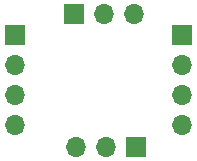
<source format=gbr>
%TF.GenerationSoftware,KiCad,Pcbnew,7.0.2-0*%
%TF.CreationDate,2024-02-15T18:07:51+00:00*%
%TF.ProjectId,rotor_test,726f746f-725f-4746-9573-742e6b696361,rev?*%
%TF.SameCoordinates,Original*%
%TF.FileFunction,Soldermask,Bot*%
%TF.FilePolarity,Negative*%
%FSLAX46Y46*%
G04 Gerber Fmt 4.6, Leading zero omitted, Abs format (unit mm)*
G04 Created by KiCad (PCBNEW 7.0.2-0) date 2024-02-15 18:07:51*
%MOMM*%
%LPD*%
G01*
G04 APERTURE LIST*
%ADD10O,1.700000X1.700000*%
%ADD11R,1.700000X1.700000*%
G04 APERTURE END LIST*
D10*
%TO.C,J4*%
X65405000Y-60071000D03*
X67945000Y-60071000D03*
D11*
X70485000Y-60071000D03*
%TD*%
%TO.C,J3*%
X74422000Y-50556000D03*
D10*
X74422000Y-53096000D03*
X74422000Y-55636000D03*
X74422000Y-58176000D03*
%TD*%
D11*
%TO.C,J2*%
X60248800Y-50556000D03*
D10*
X60248800Y-53096000D03*
X60248800Y-55636000D03*
X60248800Y-58176000D03*
%TD*%
D11*
%TO.C,J1*%
X65278000Y-48768000D03*
D10*
X67818000Y-48768000D03*
X70358000Y-48768000D03*
%TD*%
M02*

</source>
